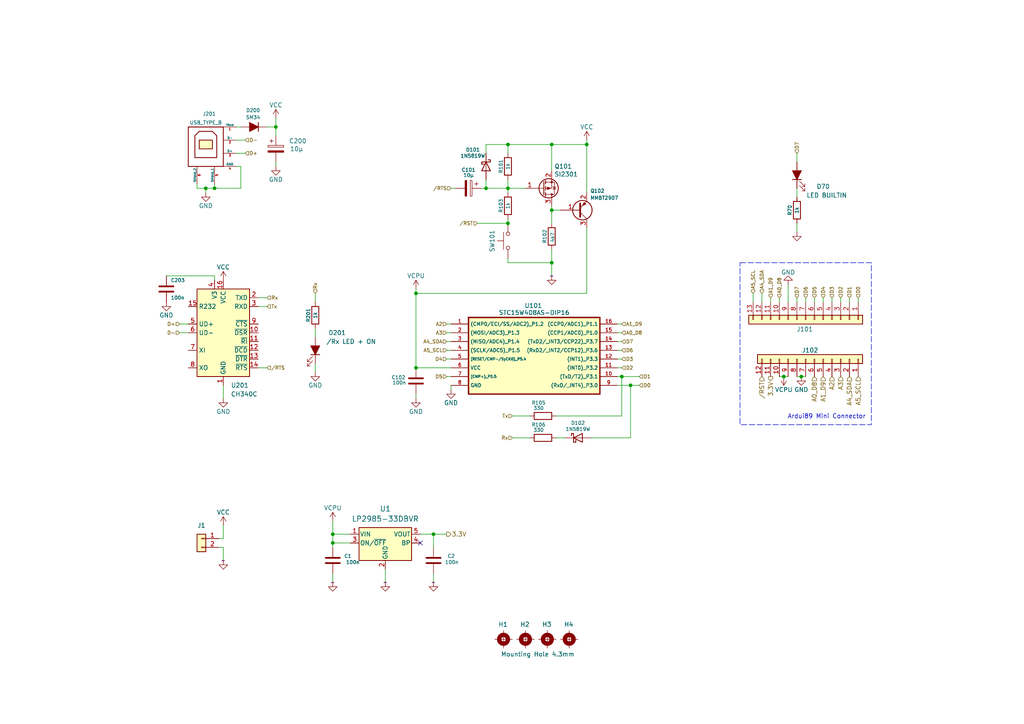
<source format=kicad_sch>
(kicad_sch (version 20231120) (generator "eeschema") (generator_version "8.0")
  (paper "A4")
  (title_block (title "Ardui89 MINI") (date "2024-09-03") (rev "1") (company "C. BARBATO") (comment 1 "A892406"))
  (lib_symbols
    (symbol "Arduino_Uno_R3_From_Scratch-rescue:GND-power" (power) (pin_names (offset 0))
      (property "Value" "power_GND" (at 0 -3.81 0))
      (symbol "GND-power_1_1"
        (pin power_in line (at 0 0 270) (length 0) hide (name "GND") (number "1"))
      )
    )
    (symbol "Arduino_Uno_R3_From_Scratch:USB_TYPE_B" (pin_names (offset 0))
      (property "Reference" "J" (at -6.35 -1.27 0))
      (property "Value" "USB_TYPE_B" (at 0 6.35 0))
      (symbol "USB_TYPE_B_1_1"
        (pin power_out line (at 8.89 5.08 180) (length 3.81) (name "Vbus") (number "1"))
        (pin bidirectional line (at 8.89 1.27 180) (length 3.81) (name "D-") (number "2"))
        (pin bidirectional line (at 8.89 -2.54 180) (length 3.81) (name "D+") (number "3"))
        (pin power_in line (at 8.89 -6.35 180) (length 3.81) (name "GND") (number "4"))
        (pin passive line (at 2.54 -11.43 90) (length 5.08) (name "Shield_1") (number "5"))
        (pin passive line (at -2.54 -11.43 90) (length 5.08) (name "Shield_2") (number "6"))
      )
    )
    (symbol "BACKCIEL:STC15W408AS-DIP16"
      (property "Reference" "U" (at 23.368 3.81 0))
      (symbol "STC15W408AS-DIP16_1_0"
        (pin bidirectional line (at 0 0 0) (length 5.08) (name "(CMP0/ECI/SS/ADC2)_P1.2") (number "1"))
        (pin bidirectional line (at 48.26 -15.24 180) (length 5.08) (name "(TxD/T2)_P3.1") (number "10"))
        (pin bidirectional line (at 48.26 -12.7 180) (length 5.08) (name "(INT0)_P3.2") (number "11"))
        (pin bidirectional line (at 48.26 -10.16 180) (length 5.08) (name "(INT1)_P3.3") (number "12"))
        (pin bidirectional line (at 48.26 -7.62 180) (length 5.08) (name "(RxD2/_INT2/CCP12)_P3.6") (number "13"))
        (pin bidirectional line (at 48.26 -5.08 180) (length 5.08) (name "(TxD2/_INT3/CCP22)_P3.7") (number "14"))
        (pin bidirectional line (at 48.26 -2.54 180) (length 5.08) (name "(CCP1/ADC0)_P1.0") (number "15"))
        (pin bidirectional line (at 48.26 0 180) (length 5.08) (name "(CCP0/ADC1)_P1.1") (number "16"))
        (pin bidirectional line (at 0 -2.54 0) (length 5.08) (name "(MOSI/ADC3)_P1.3") (number "2"))
        (pin bidirectional line (at 0 -5.08 0) (length 5.08) (name "(MISO/ADC4)_P1.4") (number "3"))
        (pin bidirectional line (at 0 -7.62 0) (length 5.08) (name "(SCLK/ADC5)_P1.5") (number "4"))
        (pin bidirectional line (at 0 -10.16 0) (length 5.08) (name "(RESET/CMP-/SyCK0)_P5.4") (number "5"))
        (pin passive line (at 0 -12.7 0) (length 5.08) (name "VCC") (number "6"))
        (pin bidirectional line (at 0 -15.24 0) (length 5.08) (name "(CMP+)_P5.5") (number "7"))
        (pin passive line (at 0 -17.78 0) (length 5.08) (name "GND") (number "8"))
        (pin bidirectional line (at 48.26 -17.78 180) (length 5.08) (name "(RxD/_INT4)_P3.0") (number "9"))
      )
    )
    (symbol "Connector_Generic:Conn_01x02" (pin_names (offset 1.016) hide)
      (property "Reference" "J" (at 0 2.54 0))
      (property "Value" "Conn_01x02" (at 0 -5.08 0))
      (symbol "Conn_01x02_1_1"
        (pin passive line (at -5.08 0 0) (length 3.81) (name "Pin_1") (number "1"))
        (pin passive line (at -5.08 -2.54 0) (length 3.81) (name "Pin_2") (number "2"))
      )
    )
    (symbol "Connector_Generic:Conn_01x12" (pin_names (offset 1.016) hide)
      (property "Reference" "J" (at 0 15.24 0))
      (property "Value" "Conn_01x12" (at 0 -17.78 0))
      (symbol "Conn_01x12_1_1"
        (pin passive line (at -5.08 12.7 0) (length 3.81) (name "Pin_1") (number "1"))
        (pin passive line (at -5.08 -10.16 0) (length 3.81) (name "Pin_10") (number "10"))
        (pin passive line (at -5.08 -12.7 0) (length 3.81) (name "Pin_11") (number "11"))
        (pin passive line (at -5.08 -15.24 0) (length 3.81) (name "Pin_12") (number "12"))
        (pin passive line (at -5.08 10.16 0) (length 3.81) (name "Pin_2") (number "2"))
        (pin passive line (at -5.08 7.62 0) (length 3.81) (name "Pin_3") (number "3"))
        (pin passive line (at -5.08 5.08 0) (length 3.81) (name "Pin_4") (number "4"))
        (pin passive line (at -5.08 2.54 0) (length 3.81) (name "Pin_5") (number "5"))
        (pin passive line (at -5.08 0 0) (length 3.81) (name "Pin_6") (number "6"))
        (pin passive line (at -5.08 -2.54 0) (length 3.81) (name "Pin_7") (number "7"))
        (pin passive line (at -5.08 -5.08 0) (length 3.81) (name "Pin_8") (number "8"))
        (pin passive line (at -5.08 -7.62 0) (length 3.81) (name "Pin_9") (number "9"))
      )
    )
    (symbol "Connector_Generic:Conn_01x13" (pin_names (offset 1.016) hide)
      (property "Reference" "J" (at 0 17.78 0))
      (property "Value" "Conn_01x13" (at 0 -17.78 0))
      (symbol "Conn_01x13_1_1"
        (pin passive line (at -5.08 15.24 0) (length 3.81) (name "Pin_1") (number "1"))
        (pin passive line (at -5.08 -7.62 0) (length 3.81) (name "Pin_10") (number "10"))
        (pin passive line (at -5.08 -10.16 0) (length 3.81) (name "Pin_11") (number "11"))
        (pin passive line (at -5.08 -12.7 0) (length 3.81) (name "Pin_12") (number "12"))
        (pin passive line (at -5.08 -15.24 0) (length 3.81) (name "Pin_13") (number "13"))
        (pin passive line (at -5.08 12.7 0) (length 3.81) (name "Pin_2") (number "2"))
        (pin passive line (at -5.08 10.16 0) (length 3.81) (name "Pin_3") (number "3"))
        (pin passive line (at -5.08 7.62 0) (length 3.81) (name "Pin_4") (number "4"))
        (pin passive line (at -5.08 5.08 0) (length 3.81) (name "Pin_5") (number "5"))
        (pin passive line (at -5.08 2.54 0) (length 3.81) (name "Pin_6") (number "6"))
        (pin passive line (at -5.08 0 0) (length 3.81) (name "Pin_7") (number "7"))
        (pin passive line (at -5.08 -2.54 0) (length 3.81) (name "Pin_8") (number "8"))
        (pin passive line (at -5.08 -5.08 0) (length 3.81) (name "Pin_9") (number "9"))
      )
    )
    (symbol "Device:C" (pin_numbers hide) (pin_names (offset 0.254))
      (property "Reference" "C" (at 0.635 2.54 0))
      (property "Value" "C" (at 0.635 -2.54 0))
      (symbol "C_1_1"
        (pin passive line (at 0 3.81 270) (length 2.794) (name "~") (number "1"))
        (pin passive line (at 0 -3.81 90) (length 2.794) (name "~") (number "2"))
      )
    )
    (symbol "Device:C_Polarized" (pin_numbers hide) (pin_names (offset 0.254))
      (property "Reference" "C" (at 0.635 2.54 0))
      (property "Value" "C_Polarized" (at 0.635 -2.54 0))
      (symbol "C_Polarized_1_1"
        (pin passive line (at 0 3.81 270) (length 2.794) (name "~") (number "1"))
        (pin passive line (at 0 -3.81 90) (length 2.794) (name "~") (number "2"))
      )
    )
    (symbol "Device:D_Filled" (pin_numbers hide) (pin_names (offset 1.016) hide)
      (property "Reference" "D" (at 0 2.54 0))
      (property "Value" "D_Filled" (at 0 -2.54 0))
      (symbol "D_Filled_1_1"
        (pin passive line (at -3.81 0 0) (length 2.54) (name "K") (number "1"))
        (pin passive line (at 3.81 0 180) (length 2.54) (name "A") (number "2"))
      )
    )
    (symbol "Device:LED_Filled" (pin_numbers hide) (pin_names (offset 1.016) hide)
      (property "Reference" "D" (at 0 2.54 0))
      (property "Value" "LED_Filled" (at 0 -2.54 0))
      (symbol "LED_Filled_1_1"
        (pin passive line (at -3.81 0 0) (length 2.54) (name "K") (number "1"))
        (pin passive line (at 3.81 0 180) (length 2.54) (name "A") (number "2"))
      )
    )
    (symbol "Device:R" (pin_numbers hide) (pin_names (offset 0))
      (property "Reference" "R" (at 2.032 0 90))
      (property "Value" "R" (at 0 0 90))
      (symbol "R_1_1"
        (pin passive line (at 0 3.81 270) (length 1.27) (name "~") (number "1"))
        (pin passive line (at 0 -3.81 90) (length 1.27) (name "~") (number "2"))
      )
    )
    (symbol "Diode:1N5817" (pin_numbers hide) (pin_names (offset 1.016) hide)
      (property "Reference" "D" (at 0 2.54 0))
      (property "Value" "1N5817" (at 0 -2.54 0))
      (symbol "1N5817_1_1"
        (pin passive line (at -3.81 0 0) (length 2.54) (name "K") (number "1"))
        (pin passive line (at 3.81 0 180) (length 2.54) (name "A") (number "2"))
      )
    )
    (symbol "GND_14" (power) (pin_numbers hide) (pin_names (offset 0) hide)
      (property "Value" "GND_14" (at 0 -3.81 0))
      (symbol "GND_14_1_1"
        (pin power_in line (at 0 0 270) (length 0) hide (name "GND") (number "1"))
      )
    )
    (symbol "GND_3" (power) (pin_numbers hide) (pin_names (offset 0) hide)
      (property "Value" "GND_3" (at 0 -3.81 0))
      (symbol "GND_3_1_1"
        (pin power_in line (at 0 0 270) (length 0) hide (name "GND") (number "1"))
      )
    )
    (symbol "Interface_USB:CH340G"
      (property "Reference" "U" (at -5.08 13.97 0))
      (property "Value" "CH340G" (at 1.27 13.97 0))
      (symbol "CH340G_1_1"
        (pin power_in line (at 0 -15.24 90) (length 2.54) (name "GND") (number "1"))
        (pin input line (at 10.16 0 180) (length 2.54) (name "~{DSR}") (number "10"))
        (pin input line (at 10.16 -2.54 180) (length 2.54) (name "~{RI}") (number "11"))
        (pin input line (at 10.16 -5.08 180) (length 2.54) (name "~{DCD}") (number "12"))
        (pin output line (at 10.16 -7.62 180) (length 2.54) (name "~{DTR}") (number "13"))
        (pin output line (at 10.16 -10.16 180) (length 2.54) (name "~{RTS}") (number "14"))
        (pin input line (at -10.16 7.62 0) (length 2.54) (name "R232") (number "15"))
        (pin power_in line (at 0 15.24 270) (length 2.54) (name "VCC") (number "16"))
        (pin output line (at 10.16 10.16 180) (length 2.54) (name "TXD") (number "2"))
        (pin input line (at 10.16 7.62 180) (length 2.54) (name "RXD") (number "3"))
        (pin passive line (at -2.54 15.24 270) (length 2.54) (name "V3") (number "4"))
        (pin bidirectional line (at -10.16 2.54 0) (length 2.54) (name "UD+") (number "5"))
        (pin bidirectional line (at -10.16 0 0) (length 2.54) (name "UD-") (number "6"))
        (pin input line (at -10.16 -5.08 0) (length 2.54) (name "XI") (number "7"))
        (pin output line (at -10.16 -10.16 0) (length 2.54) (name "XO") (number "8"))
        (pin input line (at 10.16 2.54 180) (length 2.54) (name "~{CTS}") (number "9"))
      )
    )
    (symbol "MountingHole_1" (pin_names (offset 1.016))
      (property "Reference" "H" (at 0 5.08 0))
      (property "Value" "MountingHole_1" (at 0 3.175 0))
    )
    (symbol "Regulator_Linear:LP2985-3.3" (pin_names (offset 0.254))
      (property "Reference" "U" (at -6.35 5.715 0))
      (property "Value" "LP2985-3.3" (at 0 5.715 0))
      (symbol "LP2985-3.3_1_1"
        (pin power_in line (at -10.16 2.54 0) (length 2.54) (name "VIN") (number "1"))
        (pin power_in line (at 0 -7.62 90) (length 2.54) (name "GND") (number "2"))
        (pin input line (at -10.16 0 0) (length 2.54) (name "ON/~{OFF}") (number "3"))
        (pin input line (at 10.16 0 180) (length 2.54) (name "BP") (number "4"))
        (pin power_out line (at 10.16 2.54 180) (length 2.54) (name "VOUT") (number "5"))
      )
    )
    (symbol "Switch:SW_Push" (pin_numbers hide) (pin_names (offset 1.016) hide)
      (property "Reference" "SW" (at 1.27 2.54 0))
      (property "Value" "SW_Push" (at 0 -1.524 0))
      (symbol "SW_Push_0_1"
        (pin passive line (at -5.08 0 0) (length 2.54) (name "1") (number "1"))
        (pin passive line (at 5.08 0 180) (length 2.54) (name "2") (number "2"))
      )
    )
    (symbol "Transistor_BJT:BC858" (pin_names (offset 0) hide)
      (property "Reference" "Q" (at 5.08 1.905 0))
      (property "Value" "BC858" (at 5.08 0 0))
      (symbol "BC858_1_1"
        (pin input line (at -5.08 0 0) (length 5.715) (name "B") (number "1"))
        (pin passive line (at 2.54 -5.08 90) (length 2.54) (name "E") (number "2"))
        (pin passive line (at 2.54 5.08 270) (length 2.54) (name "C") (number "3"))
      )
    )
    (symbol "Transistor_FET:Si2319CDS" (pin_names hide)
      (property "Reference" "Q" (at 5.08 1.905 0))
      (property "Value" "Si2319CDS" (at 5.08 0 0))
      (symbol "Si2319CDS_1_1"
        (pin input line (at -5.08 0 0) (length 2.54) (name "G") (number "1"))
        (pin passive line (at 2.54 -5.08 90) (length 2.54) (name "S") (number "2"))
        (pin passive line (at 2.54 5.08 270) (length 2.54) (name "D") (number "3"))
      )
    )
    (symbol "power:GND" (power) (pin_numbers hide) (pin_names (offset 0) hide)
      (property "Value" "GND" (at 0 -3.81 0))
      (symbol "GND_1_1"
        (pin power_in line (at 0 0 270) (length 0) hide (name "GND") (number "1"))
      )
    )
    (symbol "power:VCC" (power) (pin_numbers hide) (pin_names (offset 0) hide)
      (property "Value" "VCC" (at 0 3.81 0))
      (symbol "VCC_1_1"
        (pin power_in line (at 0 0 90) (length 0) hide (name "VCC") (number "1"))
      )
    )
  )
  (junction (at 120.65 85.09))
  (junction (at 140.97 54.61))
  (junction (at 147.32 41.91))
  (junction (at 160.02 76.2))
  (junction (at 170.18 41.91))
  (junction (at 160.02 41.91))
  (junction (at 182.88 111.76))
  (junction (at 147.32 54.61))
  (junction (at 180.34 109.22))
  (junction (at 80.01 36.83))
  (junction (at 96.52 154.94))
  (junction (at 160.02 60.96))
  (junction (at 147.32 64.77))
  (junction (at 96.52 157.48))
  (junction (at 125.73 154.94))
  (junction (at 59.69 54.61))
  (junction (at 62.23 54.61))
  (junction (at 227.33 109.22))
  (junction (at 232.41 109.22))
  (junction (at 120.65 106.68))
  (no_connect (at 121.92 157.48))
  (wire (pts (xy 231.14 64.77) (xy 231.14 67.31)))
  (wire (pts (xy 180.34 109.22) (xy 185.42 109.22)))
  (wire (pts (xy 120.65 114.3) (xy 120.65 115.57)))
  (wire (pts (xy 129.54 96.52) (xy 130.81 96.52)))
  (wire (pts (xy 233.68 86.36) (xy 233.68 87.63)))
  (wire (pts (xy 243.84 86.36) (xy 243.84 87.63)))
  (wire (pts (xy 160.02 60.96) (xy 160.02 64.77)))
  (wire (pts (xy 147.32 52.07) (xy 147.32 54.61)))
  (wire (pts (xy 129.54 101.6) (xy 130.81 101.6)))
  (wire (pts (xy 52.07 93.98) (xy 54.61 93.98)))
  (wire (pts (xy 96.52 151.13) (xy 96.52 154.94)))
  (wire (pts (xy 74.93 106.68) (xy 77.47 106.68)))
  (wire (pts (xy 231.14 86.36) (xy 231.14 87.63)))
  (wire (pts (xy 129.54 93.98) (xy 130.81 93.98)))
  (wire (pts (xy 68.58 44.45) (xy 71.12 44.45)))
  (wire (pts (xy 182.88 111.76) (xy 182.88 127)))
  (wire (pts (xy 241.3 86.36) (xy 241.3 87.63)))
  (wire (pts (xy 62.23 54.61) (xy 69.85 54.61)))
  (wire (pts (xy 160.02 60.96) (xy 162.56 60.96)))
  (wire (pts (xy 148.59 120.65) (xy 153.67 120.65)))
  (wire (pts (xy 140.97 52.07) (xy 140.97 54.61)))
  (wire (pts (xy 96.52 157.48) (xy 96.52 158.75)))
  (wire (pts (xy 68.58 48.26) (xy 69.85 48.26)))
  (wire (pts (xy 231.14 109.22) (xy 232.41 109.22)))
  (wire (pts (xy 238.76 86.36) (xy 238.76 87.63)))
  (wire (pts (xy 96.52 154.94) (xy 96.52 157.48)))
  (wire (pts (xy 182.88 111.76) (xy 185.42 111.76)))
  (wire (pts (xy 148.59 127) (xy 153.67 127)))
  (wire (pts (xy 96.52 157.48) (xy 101.6 157.48)))
  (wire (pts (xy 179.07 109.22) (xy 180.34 109.22)))
  (wire (pts (xy 161.29 120.65) (xy 180.34 120.65)))
  (wire (pts (xy 236.22 86.36) (xy 236.22 87.63)))
  (wire (pts (xy 125.73 166.37) (xy 125.73 168.91)))
  (wire (pts (xy 91.44 97.79) (xy 91.44 95.25)))
  (wire (pts (xy 129.54 104.14) (xy 130.81 104.14)))
  (wire (pts (xy 147.32 55.88) (xy 147.32 54.61)))
  (wire (pts (xy 182.88 127) (xy 171.45 127)))
  (wire (pts (xy 160.02 59.69) (xy 160.02 60.96)))
  (wire (pts (xy 64.77 158.75) (xy 64.77 162.56)))
  (wire (pts (xy 147.32 41.91) (xy 160.02 41.91)))
  (wire (pts (xy 59.69 55.88) (xy 59.69 54.61)))
  (wire (pts (xy 231.14 54.61) (xy 231.14 57.15)))
  (wire (pts (xy 223.52 86.36) (xy 223.52 87.63)))
  (wire (pts (xy 120.65 83.82) (xy 120.65 85.09)))
  (wire (pts (xy 140.97 41.91) (xy 147.32 41.91)))
  (wire (pts (xy 218.44 85.09) (xy 218.44 87.63)))
  (wire (pts (xy 160.02 76.2) (xy 160.02 80.01)))
  (wire (pts (xy 180.34 99.06) (xy 179.07 99.06)))
  (wire (pts (xy 62.23 80.01) (xy 62.23 81.28)))
  (wire (pts (xy 120.65 85.09) (xy 170.18 85.09)))
  (wire (pts (xy 74.93 86.36) (xy 77.47 86.36)))
  (wire (pts (xy 68.58 36.83) (xy 69.85 36.83)))
  (wire (pts (xy 48.26 80.01) (xy 62.23 80.01)))
  (wire (pts (xy 71.12 40.64) (xy 68.58 40.64)))
  (wire (pts (xy 121.92 154.94) (xy 125.73 154.94)))
  (wire (pts (xy 180.34 106.68) (xy 179.07 106.68)))
  (wire (pts (xy 63.5 156.21) (xy 64.77 156.21)))
  (wire (pts (xy 180.34 109.22) (xy 180.34 120.65)))
  (wire (pts (xy 180.34 93.98) (xy 179.07 93.98)))
  (wire (pts (xy 147.32 41.91) (xy 147.32 44.45)))
  (wire (pts (xy 160.02 41.91) (xy 170.18 41.91)))
  (wire (pts (xy 163.83 127) (xy 161.29 127)))
  (wire (pts (xy 170.18 41.91) (xy 170.18 55.88)))
  (wire (pts (xy 227.33 109.22) (xy 228.6 109.22)))
  (wire (pts (xy 91.44 105.41) (xy 91.44 107.95)))
  (wire (pts (xy 147.32 54.61) (xy 152.4 54.61)))
  (wire (pts (xy 57.15 54.61) (xy 59.69 54.61)))
  (wire (pts (xy 231.14 46.99) (xy 231.14 44.45)))
  (wire (pts (xy 147.32 76.2) (xy 160.02 76.2)))
  (wire (pts (xy 120.65 106.68) (xy 130.81 106.68)))
  (wire (pts (xy 170.18 40.64) (xy 170.18 41.91)))
  (wire (pts (xy 125.73 154.94) (xy 129.54 154.94)))
  (wire (pts (xy 248.92 86.36) (xy 248.92 87.63)))
  (wire (pts (xy 64.77 111.76) (xy 64.77 115.57)))
  (wire (pts (xy 64.77 152.4) (xy 64.77 156.21)))
  (wire (pts (xy 91.44 87.63) (xy 91.44 85.09)))
  (wire (pts (xy 232.41 109.22) (xy 233.68 109.22)))
  (wire (pts (xy 111.76 165.1) (xy 111.76 168.91)))
  (wire (pts (xy 130.81 111.76) (xy 130.81 113.03)))
  (wire (pts (xy 179.07 104.14) (xy 180.34 104.14)))
  (wire (pts (xy 140.97 54.61) (xy 147.32 54.61)))
  (wire (pts (xy 57.15 53.34) (xy 57.15 54.61)))
  (wire (pts (xy 80.01 34.29) (xy 80.01 36.83)))
  (wire (pts (xy 62.23 53.34) (xy 62.23 54.61)))
  (wire (pts (xy 52.07 96.52) (xy 54.61 96.52)))
  (wire (pts (xy 77.47 36.83) (xy 80.01 36.83)))
  (wire (pts (xy 179.07 111.76) (xy 182.88 111.76)))
  (wire (pts (xy 220.98 85.09) (xy 220.98 87.63)))
  (wire (pts (xy 160.02 72.39) (xy 160.02 76.2)))
  (wire (pts (xy 226.06 86.36) (xy 226.06 87.63)))
  (wire (pts (xy 59.69 54.61) (xy 62.23 54.61)))
  (wire (pts (xy 147.32 64.77) (xy 147.32 63.5)))
  (wire (pts (xy 69.85 48.26) (xy 69.85 54.61)))
  (wire (pts (xy 96.52 166.37) (xy 96.52 168.91)))
  (wire (pts (xy 138.43 64.77) (xy 147.32 64.77)))
  (wire (pts (xy 96.52 154.94) (xy 101.6 154.94)))
  (wire (pts (xy 74.93 88.9) (xy 77.47 88.9)))
  (wire (pts (xy 226.06 109.22) (xy 227.33 109.22)))
  (wire (pts (xy 80.01 46.99) (xy 80.01 48.26)))
  (wire (pts (xy 180.34 96.52) (xy 179.07 96.52)))
  (wire (pts (xy 120.65 85.09) (xy 120.65 106.68)))
  (wire (pts (xy 180.34 101.6) (xy 179.07 101.6)))
  (wire (pts (xy 170.18 66.04) (xy 170.18 85.09)))
  (wire (pts (xy 130.81 54.61) (xy 132.08 54.61)))
  (wire (pts (xy 228.6 82.55) (xy 228.6 87.63)))
  (wire (pts (xy 80.01 36.83) (xy 80.01 39.37)))
  (wire (pts (xy 125.73 154.94) (xy 125.73 158.75)))
  (wire (pts (xy 139.7 54.61) (xy 140.97 54.61)))
  (wire (pts (xy 129.54 99.06) (xy 130.81 99.06)))
  (wire (pts (xy 63.5 158.75) (xy 64.77 158.75)))
  (wire (pts (xy 160.02 41.91) (xy 160.02 49.53)))
  (wire (pts (xy 246.38 86.36) (xy 246.38 87.63)))
  (wire (pts (xy 140.97 44.45) (xy 140.97 41.91)))
  (wire (pts (xy 129.54 109.22) (xy 130.81 109.22)))
  (wire (pts (xy 147.32 74.93) (xy 147.32 76.2)))
  (rectangle (start 214.63 76.2) (end 252.73 123.19) (stroke (width 0) (type dash)))
  (text "Ardui89 Mini Connector" (at 239.776 120.904 0) (effects (font (size 1.27 1.27))))
  (hierarchical_label "A5_SCL" (shape input) (at 129.54 101.6 180) (effects (font (size 1.016 1.016))))
  (hierarchical_label "D5" (shape input) (at 129.54 109.22 180) (effects (font (size 1.016 1.016))))
  (hierarchical_label "D7" (shape input) (at 231.14 86.36 90) (effects (font (size 1.016 1.016))))
  (hierarchical_label "A0_D8" (shape input) (at 226.06 86.36 90) (effects (font (size 1.016 1.016))))
  (hierarchical_label "A3" (shape input) (at 243.84 109.22 270))
  (hierarchical_label "D6" (shape input) (at 233.68 86.36 90) (effects (font (size 1.016 1.016))))
  (hierarchical_label "{slash}RST" (shape input) (at 220.98 109.22 270))
  (hierarchical_label "3.3V" (shape output) (at 223.52 109.22 270))
  (hierarchical_label "D+" (shape input) (at 71.12 44.45 0) (effects (font (size 1.016 1.016))))
  (hierarchical_label "Rx" (shape input) (at 148.59 127 180) (effects (font (size 1.016 1.016))))
  (hierarchical_label "D4" (shape input) (at 238.76 86.36 90) (effects (font (size 1.016 1.016))))
  (hierarchical_label "Rx" (shape input) (at 91.44 85.09 90) (effects (font (size 1.016 1.016))))
  (hierarchical_label "D3" (shape input) (at 241.3 86.36 90) (effects (font (size 1.016 1.016))))
  (hierarchical_label "D2" (shape input) (at 243.84 86.36 90) (effects (font (size 1.016 1.016))))
  (hierarchical_label "D7" (shape input) (at 231.14 44.45 90) (effects (font (size 1.016 1.016))))
  (hierarchical_label "A5_SCL" (shape input) (at 218.44 85.09 90) (effects (font (size 1.016 1.016))))
  (hierarchical_label "D+" (shape input) (at 52.07 93.98 180) (effects (font (size 1.016 1.016))))
  (hierarchical_label "{slash}RST" (shape input) (at 138.43 64.77 180) (effects (font (size 1.016 1.016))))
  (hierarchical_label "D-" (shape input) (at 71.12 40.64 0) (effects (font (size 1.016 1.016))))
  (hierarchical_label "A1_D9" (shape input) (at 223.52 86.36 90) (effects (font (size 1.016 1.016))))
  (hierarchical_label "{slash}RTS" (shape input) (at 77.47 106.68 0) (effects (font (size 1.016 1.016))))
  (hierarchical_label "A5_SCL" (shape input) (at 248.92 109.22 270))
  (hierarchical_label "Tx" (shape input) (at 77.47 88.9 0) (effects (font (size 1.016 1.016))))
  (hierarchical_label "A1_D9" (shape input) (at 238.76 109.22 270))
  (hierarchical_label "D0" (shape input) (at 248.92 86.36 90) (effects (font (size 1.016 1.016))))
  (hierarchical_label "D4" (shape input) (at 129.54 104.14 180) (effects (font (size 1.016 1.016))))
  (hierarchical_label "A4_SDA" (shape input) (at 129.54 99.06 180) (effects (font (size 1.016 1.016))))
  (hierarchical_label "A4_SDA" (shape input) (at 220.98 85.09 90) (effects (font (size 1.016 1.016))))
  (hierarchical_label "D1" (shape input) (at 185.42 109.22 0) (effects (font (size 1.016 1.016))))
  (hierarchical_label "A1_D9" (shape input) (at 180.34 93.98 0) (effects (font (size 1.016 1.016))))
  (hierarchical_label "3.3V" (shape output) (at 129.54 154.94 0))
  (hierarchical_label "A0_D8" (shape input) (at 236.22 109.22 270))
  (hierarchical_label "D1" (shape input) (at 246.38 86.36 90) (effects (font (size 1.016 1.016))))
  (hierarchical_label "A2" (shape input) (at 241.3 109.22 270))
  (hierarchical_label "A0_D8" (shape input) (at 180.34 96.52 0) (effects (font (size 1.016 1.016))))
  (hierarchical_label "D7" (shape input) (at 180.34 99.06 0) (effects (font (size 1.016 1.016))))
  (hierarchical_label "D5" (shape input) (at 236.22 86.36 90) (effects (font (size 1.016 1.016))))
  (hierarchical_label "Rx" (shape input) (at 77.47 86.36 0) (effects (font (size 1.016 1.016))))
  (hierarchical_label "D2" (shape input) (at 180.34 106.68 0) (effects (font (size 1.016 1.016))))
  (hierarchical_label "D3" (shape input) (at 180.34 104.14 0) (effects (font (size 1.016 1.016))))
  (hierarchical_label "{slash}RTS" (shape input) (at 130.81 54.61 180) (effects (font (size 1.016 1.016))))
  (hierarchical_label "D0" (shape input) (at 185.42 111.76 0) (effects (font (size 1.016 1.016))))
  (hierarchical_label "A3" (shape input) (at 129.54 96.52 180) (effects (font (size 1.016 1.016))))
  (hierarchical_label "Tx" (shape input) (at 148.59 120.65 180) (effects (font (size 1.016 1.016))))
  (hierarchical_label "D-" (shape input) (at 52.07 96.52 180) (effects (font (size 1.016 1.016))))
  (hierarchical_label "A2" (shape input) (at 129.54 93.98 180) (effects (font (size 1.016 1.016))))
  (hierarchical_label "A4_SDA" (shape input) (at 246.38 109.22 270))
  (hierarchical_label "D6" (shape input) (at 180.34 101.6 0) (effects (font (size 1.016 1.016))))
  (symbol (lib_id "Transistor_BJT:BC858") (at 167.64 60.96 0) (mirror x) (unit 1)
    (property "Reference" "Q102" (at 171.196 55.372 0) (effects (font (size 1.016 1.016)) (justify left)))
    (property "Value" "MMBT2907" (at 171.196 57.404 0) (effects (font (size 1.016 1.016)) (justify left)))
    (property "Footprint" "Package_TO_SOT_SMD:TSOT-23_HandSoldering" (effects (hide yes)))
    (property "Datasheet" "https://www.onsemi.com/pub/Collateral/BC860-D.pdf" (effects (hide yes)))
    (property "Description" "0.1A Ic, 30V Vce, PNP Transistor, SOT-23" (effects (hide yes)))
  )
  (symbol (lib_name "MountingHole_1") (lib_id "Mechanical:MountingHole") (at 158.75 185.42 0) (unit 1)
    (property "Reference" "H3" (at 157.226 181.102 0) (effects (justify left)))
    (property "Value" "MountingHole" (effects (hide yes)))
    (property "Footprint" "MountingHole:MountingHole_4.3mm_M4_DIN965" (effects (hide yes)))
  )
  (symbol (lib_id "power:GND") (at 120.65 115.57 0) (unit 1)
    (property "Reference" "#PWR0105" (effects (hide yes)))
    (property "Value" "GND" (at 120.65 119.38 0))
  )
  (symbol (lib_id "Transistor_FET:Si2319CDS") (at 157.48 54.61 0) (mirror x) (unit 1)
    (property "Reference" "Q101" (at 160.782 48.26 0) (effects (justify left)))
    (property "Value" "SI2301" (at 160.782 50.546 0) (effects (justify left)))
    (property "Footprint" "Package_TO_SOT_SMD:SOT-23" (effects (hide yes)))
    (property "Datasheet" "http://www.vishay.com/docs/66709/si2319cd.pdf" (effects (hide yes)))
    (property "Description" "-4.4A Id, -40V Vds, P-Channel MOSFET, SOT-23" (effects (hide yes)))
  )
  (symbol (lib_id "Device:C") (at 125.73 162.56 0) (unit 1)
    (property "Reference" "C2" (at 129.794 161.29 0) (effects (font (size 1.016 1.016)) (justify left)))
    (property "Value" "100n" (at 129.032 163.068 0) (effects (font (size 1.016 1.016)) (justify left)))
    (property "Footprint" "Capacitor_SMD:C_1206_3216Metric_Pad1.33x1.80mm_HandSolder" (effects (hide yes)))
    (property "Datasheet" "http://product.tdk.com/en/catalog/datasheets/mlcc_commercial_general_en.pdf" (effects (hide yes)))
    (property "Description" "2.2uF 3V3 LDO Output Cap" (effects (hide yes)))
    (property "Characteristics" "CAP CER 2.2UF 16V X7R 0805" (effects (hide yes)))
    (property "MFN" "TDK Corporation" (effects (hide yes)))
    (property "Package ID" "SMD_0805" (effects (hide yes)))
    (property "Source" "ANY" (effects (hide yes)))
    (property "Critical" "Y" (effects (hide yes)))
    (property "Subsystem" "Voltage_Mgmt" (effects (hide yes)))
    (property "Notes" "Must be between 0.001 and 1Ω ESR" (effects (hide yes)))
    (property "MPN" "C2012X7R1C225K125AB" (effects (hide yes)))
  )
  (symbol (lib_id "power:VCC") (at 64.77 152.4 0) (unit 1)
    (property "Reference" "#PWR0111" (effects (hide yes)))
    (property "Value" "VCC" (at 64.77 148.59 0))
  )
  (symbol (lib_id "Device:R") (at 231.14 60.96 0) (unit 1)
    (property "Reference" "R70" (at 229.108 60.96 90) (effects (font (size 1.016 1.016))))
    (property "Value" "1k" (at 231.14 60.96 90) (effects (font (size 1.016 1.016))))
    (property "Footprint" "Resistor_SMD:R_1206_3216Metric_Pad1.30x1.75mm_HandSolder" (effects (hide yes)))
    (property "Datasheet" "http://www.yageo.com/pdf/Pu-RC0805_51_PbFree_L_2.pdf" (effects (hide yes)))
    (property "Description" "Power On LED Resistor" (effects (hide yes)))
    (property "Characteristics" "RESISTOR, METAL GLAZE/THICK FILM, 0.125W, 1%, 100ppm, 510ohm, SURFACE MOUNT, 0805" (effects (hide yes)))
    (property "MFN" "Yageo" (effects (hide yes)))
    (property "Package ID" "SMD_0805" (effects (hide yes)))
    (property "Source" "ANY" (effects (hide yes)))
    (property "Critical" "N" (effects (hide yes)))
    (property "Subsystem" "Voltage_Reg" (effects (hide yes)))
    (property "MPN" "RC0805FR-07510RL" (effects (hide yes)))
  )
  (symbol (lib_id "power:VCC") (at 80.01 34.29 0) (unit 1)
    (property "Reference" "#PWR01" (effects (hide yes)))
    (property "Value" "VCC" (at 80.01 30.48 0))
  )
  (symbol (lib_id "Arduino_Uno_R3_From_Scratch-rescue:GND-power") (at 125.73 168.91 0) (unit 1)
    (property "Reference" "#PWR017" (effects (hide yes)))
    (property "Value" "GND" (effects (hide yes)))
    (property "Footprint" "~" (at 125.73 168.91 0) (effects (font (size 1.524 1.524))))
    (property "Datasheet" "~" (at 125.73 168.91 0) (effects (font (size 1.524 1.524))))
    (property "Source" "ANY" (effects (hide yes)))
    (property "Critical" "N" (effects (hide yes)))
  )
  (symbol (lib_id "Diode:1N5817") (at 167.64 127 0) (unit 1)
    (property "Reference" "D102" (at 167.64 122.682 0) (effects (font (size 1.016 1.016))))
    (property "Value" "1N5819W" (at 167.64 124.46 0) (effects (font (size 1.016 1.016))))
    (property "Footprint" "Diode_SMD:D_1206_3216Metric_Pad1.42x1.75mm_HandSolder" (effects (hide yes)))
    (property "Datasheet" "http://www.vishay.com/docs/88525/1n5817.pdf" (effects (hide yes)))
    (property "Description" "20V 1A Schottky Barrier Rectifier Diode, DO-41" (effects (hide yes)))
  )
  (symbol (lib_id "Arduino_Uno_R3_From_Scratch:USB_TYPE_B") (at 59.69 41.91 0) (unit 1)
    (property "Reference" "J201" (at 60.706 33.02 0) (effects (font (size 1.016 1.016))))
    (property "Value" "USB_TYPE_B" (at 59.69 35.56 0) (effects (font (size 1.016 1.016))))
    (property "Footprint" "Connector_USB:USB_B_Lumberg_2411_02_Horizontal" (effects (hide yes)))
    (property "Datasheet" "http://images.ihscontent.net/vipimages/VipMasterIC/IC/TYEL/TYELS17825/TYELS17825-1.pdf" (effects (hide yes)))
    (property "Description" "USB Type-B Connector" (effects (hide yes)))
    (property "Characteristics" "4 CONTACT(S), FEMALE, RIGHT ANGLE USB TYPE-B CONNECTOR" (effects (hide yes)))
    (property "MFN" "TE Connectivity" (effects (hide yes)))
    (property "Package ID" "PTH" (effects (hide yes)))
    (property "Source" "ANY" (effects (hide yes)))
    (property "Critical" "Y" (effects (hide yes)))
    (property "Subsystem" "USB_Cnxn" (effects (hide yes)))
    (property "Notes" "Must match footprint" (effects (hide yes)))
    (property "MPN" "292304-1" (effects (hide yes)))
  )
  (symbol (lib_id "power:VCC") (at 64.77 81.28 0) (unit 1)
    (property "Reference" "#PWR0204" (effects (hide yes)))
    (property "Value" "VCC" (at 64.77 77.47 0))
  )
  (symbol (lib_id "power:GND") (at 80.01 48.26 0) (unit 1)
    (property "Reference" "#PWR0101" (effects (hide yes)))
    (property "Value" "GND" (at 80.01 52.07 0))
  )
  (symbol (lib_id "Connector_Generic:Conn_01x02") (at 58.42 156.21 0) (mirror y) (unit 1)
    (property "Reference" "J1" (at 58.42 152.4 0))
    (property "Value" "Conn_01x02" (effects (hide yes)))
    (property "Footprint" "Connector_PinHeader_2.54mm:PinHeader_1x02_P2.54mm_Vertical" (effects (hide yes)))
  )
  (symbol (lib_id "Interface_USB:CH340G") (at 64.77 96.52 0) (unit 1)
    (property "Reference" "U201" (at 66.9641 111.76 0) (effects (justify left)))
    (property "Value" "CH340C" (at 66.9641 114.3 0) (effects (justify left)))
    (property "Footprint" "Package_SO:SOIC-16_3.9x9.9mm_P1.27mm" (effects (hide yes)))
    (property "Datasheet" "http://www.datasheet5.com/pdf-local-2195953" (effects (hide yes)))
  )
  (symbol (lib_id "power:GND") (at 91.44 107.95 0) (unit 1)
    (property "Reference" "#PWR0106" (effects (hide yes)))
    (property "Value" "GND" (at 91.44 111.76 0))
  )
  (symbol (lib_id "Connector_Generic:Conn_01x12") (at 236.22 104.14 270) (mirror x) (unit 1)
    (property "Reference" "J102" (at 234.95 101.6 90))
    (property "Value" "Conn_01x12" (effects (hide yes)))
    (property "Footprint" "Connector_PinSocket_2.54mm:PinSocket_1x12_P2.54mm_Vertical" (effects (hide yes)))
    (property "Description" "Generic connector, single row, 01x12, script generated (kicad-library-utils/schlib/autogen/connector/)" (effects (hide yes)))
  )
  (symbol (lib_id "Device:LED_Filled") (at 231.14 50.8 90) (unit 1)
    (property "Reference" "D70" (at 238.76 54.102 90))
    (property "Value" "LED BUILTIN" (at 239.776 56.642 90))
    (property "Footprint" "Diode_SMD:D_1206_3216Metric_Pad1.42x1.75mm_HandSolder" (effects (hide yes)))
    (property "Datasheet" "http://www.osram-os.com/Graphics/XPic9/00078860_0.pdf" (effects (hide yes)))
    (property "Description" "Power On Green LED" (effects (hide yes)))
    (property "Characteristics" "LED CHIPLED 570NM GREEN" (effects (hide yes)))
    (property "MFN" "OSRAM Opto" (effects (hide yes)))
    (property "Package ID" "SMD_0805" (effects (hide yes)))
    (property "Source" "ANY" (effects (hide yes)))
    (property "Critical" "N" (effects (hide yes)))
    (property "Subsystem" "Voltage_Reg" (effects (hide yes)))
    (property "MPN" "LG R971-KN-1" (effects (hide yes)))
  )
  (symbol (lib_id "Device:R") (at 147.32 59.69 0) (unit 1)
    (property "Reference" "R103" (at 145.288 59.69 90) (effects (font (size 1.016 1.016))))
    (property "Value" "1k" (at 147.32 59.69 90) (effects (font (size 1.016 1.016))))
    (property "Footprint" "Resistor_SMD:R_1206_3216Metric_Pad1.30x1.75mm_HandSolder" (effects (hide yes)))
    (property "Datasheet" "http://www.yageo.com/pdf/Pu-RC0805_51_PbFree_L_2.pdf" (effects (hide yes)))
    (property "Description" "Power On LED Resistor" (effects (hide yes)))
    (property "Characteristics" "RESISTOR, METAL GLAZE/THICK FILM, 0.125W, 1%, 100ppm, 510ohm, SURFACE MOUNT, 0805" (effects (hide yes)))
    (property "MFN" "Yageo" (effects (hide yes)))
    (property "Package ID" "SMD_0805" (effects (hide yes)))
    (property "Source" "ANY" (effects (hide yes)))
    (property "Critical" "N" (effects (hide yes)))
    (property "Subsystem" "Voltage_Reg" (effects (hide yes)))
    (property "MPN" "RC0805FR-07510RL" (effects (hide yes)))
  )
  (symbol (lib_id "Regulator_Linear:LP2985-3.3") (at 111.76 157.48 0) (unit 1)
    (property "Reference" "U1" (at 111.76 147.574 0) (effects (font (size 1.524 1.524))))
    (property "Value" "LP2985-33DBVR" (at 111.76 150.495 0) (effects (font (size 1.524 1.524))))
    (property "Footprint" "Package_TO_SOT_SMD:TSOT-23-5_HandSoldering" (effects (hide yes)))
    (property "Datasheet" "http://www.ti.com/lit/ds/symlink/lp2985-33.pdf" (effects (hide yes)))
    (property "Description" "3V3 Fixed LDO Regulator" (effects (hide yes)))
    (property "Characteristics" "3.3V FIXED POSITIVE LDO REGULATOR, 0.575V DROPOUT" (effects (hide yes)))
    (property "MFN" "Texas Instruments" (effects (hide yes)))
    (property "Package ID" "SOT-23 5" (effects (hide yes)))
    (property "Source" "ANY" (effects (hide yes)))
    (property "Critical" "N" (effects (hide yes)))
    (property "Subsystem" "Voltage_Mgmt" (effects (hide yes)))
    (property "MPN" "LP2985-33DBVR" (effects (hide yes)))
  )
  (symbol (lib_id "power:GND") (at 228.6 82.55 180) (unit 1)
    (property "Reference" "#PWR0109" (effects (hide yes)))
    (property "Value" "GND" (at 228.6 78.994 0))
  )
  (symbol (lib_name "GND_14") (lib_id "power:GND") (at 59.69 55.88 0) (unit 1)
    (property "Reference" "#PWR014" (effects (hide yes)))
    (property "Value" "GND" (at 59.69 59.69 0))
  )
  (symbol (lib_id "BACKCIEL:STC15W408AS-DIP16") (at 130.81 93.98 0) (unit 1)
    (property "Reference" "U101" (at 154.686 88.646 0))
    (property "Value" "STC15W408AS-DIP16" (at 154.94 90.678 0))
    (property "Footprint" "Package_DIP:DIP-16_W7.62mm_LongPads" (effects (hide yes)))
  )
  (symbol (lib_id "Connector_Generic:Conn_01x13") (at 233.68 92.71 270) (unit 1)
    (property "Reference" "J101" (at 233.426 95.504 90))
    (property "Value" "Conn_01x13" (effects (hide yes)))
    (property "Footprint" "Connector_PinSocket_2.54mm:PinSocket_1x13_P2.54mm_Vertical" (effects (hide yes)))
    (property "Description" "Generic connector, single row, 01x13, script generated (kicad-library-utils/schlib/autogen/connector/)" (effects (hide yes)))
  )
  (symbol (lib_id "Arduino_Uno_R3_From_Scratch-rescue:GND-power") (at 160.02 80.01 0) (unit 1)
    (property "Reference" "#PWR0104" (effects (hide yes)))
    (property "Value" "GND" (effects (hide yes)))
    (property "Footprint" "~" (at 160.02 80.01 0) (effects (font (size 1.524 1.524))))
    (property "Datasheet" "~" (at 160.02 80.01 0) (effects (font (size 1.524 1.524))))
    (property "Source" "ANY" (effects (hide yes)))
    (property "Critical" "N" (effects (hide yes)))
  )
  (symbol (lib_id "Diode:1N5817") (at 140.97 48.26 270) (unit 1)
    (property "Reference" "D101" (at 137.16 43.434 90) (effects (font (size 1.016 1.016))))
    (property "Value" "1N5819W" (at 137.16 45.212 90) (effects (font (size 1.016 1.016))))
    (property "Footprint" "Diode_SMD:D_1206_3216Metric_Pad1.42x1.75mm_HandSolder" (effects (hide yes)))
    (property "Datasheet" "http://www.vishay.com/docs/88525/1n5817.pdf" (effects (hide yes)))
    (property "Description" "20V 1A Schottky Barrier Rectifier Diode, DO-41" (effects (hide yes)))
  )
  (symbol (lib_name "MountingHole_1") (lib_id "Mechanical:MountingHole") (at 152.4 185.42 0) (unit 1)
    (property "Reference" "H2" (at 150.876 181.102 0) (effects (justify left)))
    (property "Value" "MountingHole" (effects (hide yes)))
    (property "Footprint" "MountingHole:MountingHole_4.3mm_M4_DIN965" (effects (hide yes)))
    (property "Datasheet" "  (layer \"F.Cu\")" (effects (hide yes)))
  )
  (symbol (lib_id "power:VCC") (at 227.33 109.22 180) (unit 1)
    (property "Reference" "#PWR0108" (effects (hide yes)))
    (property "Value" "VCPU" (at 227.33 113.03 0))
  )
  (symbol (lib_id "Arduino_Uno_R3_From_Scratch-rescue:GND-power") (at 64.77 162.56 0) (unit 1)
    (property "Reference" "#PWR0112" (effects (hide yes)))
    (property "Value" "GND" (effects (hide yes)))
    (property "Footprint" "~" (at 64.77 162.56 0) (effects (font (size 1.524 1.524))))
    (property "Datasheet" "~" (at 64.77 162.56 0) (effects (font (size 1.524 1.524))))
    (property "Source" "ANY" (effects (hide yes)))
    (property "Critical" "N" (effects (hide yes)))
  )
  (symbol (lib_id "Switch:SW_Push") (at 147.32 69.85 90) (mirror x) (unit 1)
    (property "Reference" "SW101" (at 142.748 73.152 0) (effects (justify right)))
    (property "Value" "SW_Push" (effects (hide yes)))
    (property "Footprint" "Button_Switch_THT:SW_PUSH_6mm" (effects (hide yes)))
    (property "Description" "Push button switch, generic, two pins" (effects (hide yes)))
  )
  (symbol (lib_id "Device:C") (at 96.52 162.56 0) (unit 1)
    (property "Reference" "C1" (at 99.822 161.29 0) (effects (font (size 1.016 1.016)) (justify left)))
    (property "Value" "100n" (at 100.33 163.068 0) (effects (font (size 1.016 1.016)) (justify left)))
    (property "Footprint" "Capacitor_SMD:C_1206_3216Metric_Pad1.33x1.80mm_HandSolder" (effects (hide yes)))
    (property "Datasheet" "http://www.kemet.com/docfinder?Partnumber=C0805C105K8RACAUTO" (effects (hide yes)))
    (property "Description" "3V3 LDO Input Cap" (effects (hide yes)))
    (property "Characteristics" "CAPACITOR, CERAMIC, MULTILAYER, 10 V, X7R, 1 uF, SURFACE MOUNT, 0805" (effects (hide yes)))
    (property "MFN" "Kemet" (effects (hide yes)))
    (property "Package ID" "SMD_0805" (effects (hide yes)))
    (property "Source" "ANY" (effects (hide yes)))
    (property "Critical" "N" (effects (hide yes)))
    (property "Subsystem" "Voltage_Mgmt" (effects (hide yes)))
    (property "MPN" "C0805C105K8RACAUTO " (effects (hide yes)))
  )
  (symbol (lib_id "power:GND") (at 130.81 113.03 0) (unit 1)
    (property "Reference" "#PWR0102" (effects (hide yes)))
    (property "Value" "GND" (at 130.81 116.84 0))
  )
  (symbol (lib_id "Device:R") (at 91.44 91.44 0) (unit 1)
    (property "Reference" "R201" (at 89.408 91.44 90) (effects (font (size 1.016 1.016))))
    (property "Value" "1k" (at 91.44 91.44 90) (effects (font (size 1.016 1.016))))
    (property "Footprint" "Resistor_SMD:R_1206_3216Metric_Pad1.30x1.75mm_HandSolder" (effects (hide yes)))
    (property "Datasheet" "http://www.yageo.com/pdf/Pu-RC0805_51_PbFree_L_2.pdf" (effects (hide yes)))
    (property "Description" "Power On LED Resistor" (effects (hide yes)))
    (property "Characteristics" "RESISTOR, METAL GLAZE/THICK FILM, 0.125W, 1%, 100ppm, 510ohm, SURFACE MOUNT, 0805" (effects (hide yes)))
    (property "MFN" "Yageo" (effects (hide yes)))
    (property "Package ID" "SMD_0805" (effects (hide yes)))
    (property "Source" "ANY" (effects (hide yes)))
    (property "Critical" "N" (effects (hide yes)))
    (property "Subsystem" "Voltage_Reg" (effects (hide yes)))
    (property "MPN" "RC0805FR-07510RL" (effects (hide yes)))
  )
  (symbol (lib_id "Device:LED_Filled") (at 91.44 101.6 270) (mirror x) (unit 1)
    (property "Reference" "D201" (at 97.79 96.52 90))
    (property "Value" "/Rx LED + ON" (at 101.854 99.06 90))
    (property "Footprint" "Diode_SMD:D_1206_3216Metric_Pad1.42x1.75mm_HandSolder" (effects (hide yes)))
    (property "Datasheet" "http://www.osram-os.com/Graphics/XPic9/00078860_0.pdf" (effects (hide yes)))
    (property "Description" "Power On Green LED" (effects (hide yes)))
    (property "Characteristics" "LED CHIPLED 570NM GREEN" (effects (hide yes)))
    (property "MFN" "OSRAM Opto" (effects (hide yes)))
    (property "Package ID" "SMD_0805" (effects (hide yes)))
    (property "Source" "ANY" (effects (hide yes)))
    (property "Critical" "N" (effects (hide yes)))
    (property "Subsystem" "Voltage_Reg" (effects (hide yes)))
    (property "MPN" "LG R971-KN-1" (effects (hide yes)))
  )
  (symbol (lib_id "Device:C") (at 120.65 110.49 0) (unit 1)
    (property "Reference" "C102" (at 113.538 109.474 0) (effects (font (size 1.016 1.016)) (justify left)))
    (property "Value" "100n" (at 113.792 110.998 0) (effects (font (size 1.016 1.016)) (justify left)))
    (property "Footprint" "Capacitor_SMD:C_1206_3216Metric_Pad1.33x1.80mm_HandSolder" (effects (hide yes)))
    (property "Datasheet" "http://images.ihscontent.net/vipimages/VipMasterIC/IC/KEME/KEMES10043/KEMES10043-1.pdf" (effects (hide yes)))
    (property "Description" "ATMEGA328P VCC and AVCC Bypass Cap" (effects (hide yes)))
    (property "Characteristics" "CAPACITOR, CERAMIC, MULTILAYER, 100 V, X7R, 0.1 uF, SURFACE MOUNT, 0805, CHIP, ROHS COMPLIANT" (effects (hide yes)))
    (property "MFN" "Kemet" (effects (hide yes)))
    (property "Package ID" "SMD_0805" (effects (hide yes)))
    (property "Source" "ANY" (effects (hide yes)))
    (property "Critical" "N" (effects (hide yes)))
    (property "Subsystem" "328P_Sub" (effects (hide yes)))
    (property "MPN" "C0805C104K1RACAUTO" (effects (hide yes)))
  )
  (symbol (lib_id "Device:C") (at 48.26 83.82 0) (unit 1)
    (property "Reference" "C203" (at 49.53 81.28 0) (effects (font (size 1.016 1.016)) (justify left)))
    (property "Value" "100n" (at 49.53 86.36 0) (effects (font (size 1.016 1.016)) (justify left)))
    (property "Footprint" "Capacitor_SMD:C_1206_3216Metric_Pad1.33x1.80mm_HandSolder" (effects (hide yes)))
    (property "Datasheet" "http://images.ihscontent.net/vipimages/VipMasterIC/IC/KEME/KEMES10043/KEMES10043-1.pdf" (effects (hide yes)))
    (property "Description" "ATMEGA328P VCC and AVCC Bypass Cap" (effects (hide yes)))
    (property "Characteristics" "CAPACITOR, CERAMIC, MULTILAYER, 100 V, X7R, 0.1 uF, SURFACE MOUNT, 0805, CHIP, ROHS COMPLIANT" (effects (hide yes)))
    (property "MFN" "Kemet" (effects (hide yes)))
    (property "Package ID" "SMD_0805" (effects (hide yes)))
    (property "Source" "ANY" (effects (hide yes)))
    (property "Critical" "N" (effects (hide yes)))
    (property "Subsystem" "328P_Sub" (effects (hide yes)))
    (property "MPN" "C0805C104K1RACAUTO" (effects (hide yes)))
  )
  (symbol (lib_id "Device:D_Filled") (at 73.66 36.83 0) (mirror y) (unit 1)
    (property "Reference" "D200" (at 73.406 32.004 0) (effects (font (size 1.016 1.016))))
    (property "Value" "SM34" (at 73.406 34.036 0) (effects (font (size 1.016 1.016))))
    (property "Footprint" "Diode_SMD:D_MELF" (effects (hide yes)))
    (property "Datasheet" "http://www.onsemi.com/pub_link/Collateral/MRA4003T3-D.PDF" (effects (hide yes)))
    (property "Description" "Reverse Voltage Protection Diode" (effects (hide yes)))
    (property "Characteristics" "1A, 1000V, SILICON, SIGNAL DIODE, ROHS COMPLIANT, COMPACT, PLASTIC, CASE 403D-02, SMA, 2 PIN" (effects (hide yes)))
    (property "MFN" "ON Semi" (effects (hide yes)))
    (property "Package ID" "R-PDSO-J2" (effects (hide yes)))
    (property "Source" "ANY" (effects (hide yes)))
    (property "Critical" "N" (effects (hide yes)))
    (property "Subsystem" "Voltage_Reg" (effects (hide yes)))
    (property "MPN" "MRA4007T3G" (effects (hide yes)))
  )
  (symbol (lib_id "Device:R") (at 147.32 48.26 0) (unit 1)
    (property "Reference" "R101" (at 145.288 48.26 90) (effects (font (size 1.016 1.016))))
    (property "Value" "1k" (at 147.32 48.26 90) (effects (font (size 1.016 1.016))))
    (property "Footprint" "Resistor_SMD:R_1206_3216Metric_Pad1.30x1.75mm_HandSolder" (effects (hide yes)))
    (property "Datasheet" "http://www.yageo.com/pdf/Pu-RC0805_51_PbFree_L_2.pdf" (effects (hide yes)))
    (property "Description" "Power On LED Resistor" (effects (hide yes)))
    (property "Characteristics" "RESISTOR, METAL GLAZE/THICK FILM, 0.125W, 1%, 100ppm, 510ohm, SURFACE MOUNT, 0805" (effects (hide yes)))
    (property "MFN" "Yageo" (effects (hide yes)))
    (property "Package ID" "SMD_0805" (effects (hide yes)))
    (property "Source" "ANY" (effects (hide yes)))
    (property "Critical" "N" (effects (hide yes)))
    (property "Subsystem" "Voltage_Reg" (effects (hide yes)))
    (property "MPN" "RC0805FR-07510RL" (effects (hide yes)))
  )
  (symbol (lib_id "Device:R") (at 157.48 120.65 270) (unit 1)
    (property "Reference" "R105" (at 156.21 116.84 90) (effects (font (size 1.016 1.016))))
    (property "Value" "330" (at 156.21 118.364 90) (effects (font (size 1.016 1.016))))
    (property "Footprint" "Resistor_SMD:R_1206_3216Metric_Pad1.30x1.75mm_HandSolder" (effects (hide yes)))
    (property "Datasheet" "http://images.ihscontent.net/vipimages/VipMasterIC/IC/VISH/VISHS75859/VISHS75859-1.pdf" (effects (hide yes)))
    (property "Description" "ATMEGA328P DTR Pull Down Resistor" (effects (hide yes)))
    (property "Characteristics" "METAL GLAZE/THICK FILM, 0.125W, 5%, 200ppm, 1000ohm, SURFACE MOUNT, 0805," (effects (hide yes)))
    (property "MFN" "Vishay" (effects (hide yes)))
    (property "Package ID" "SMD_0805" (effects (hide yes)))
    (property "Source" "ANY" (effects (hide yes)))
    (property "Critical" "N" (effects (hide yes)))
    (property "Subsystem" "328P_Sub" (effects (hide yes)))
    (property "MPN" "CRCW08051K00JNEA" (effects (hide yes)))
  )
  (symbol (lib_id "Device:C_Polarized") (at 80.01 43.18 0) (unit 1)
    (property "Reference" "C200" (at 83.82 40.894 0) (effects (justify left)))
    (property "Value" "10µ" (at 84.074 43.18 0) (effects (justify left)))
    (property "Footprint" "BACKCIEL:C_1206_POL_3216Metric_Pad1.33x1.80mm_HandSolder" (effects (hide yes)))
  )
  (symbol (lib_id "power:VCC") (at 170.18 40.64 0) (unit 1)
    (property "Reference" "#PWR0107" (effects (hide yes)))
    (property "Value" "VCC" (at 170.18 36.83 0))
  )
  (symbol (lib_name "GND_3") (lib_id "power:GND") (at 64.77 115.57 0) (unit 1)
    (property "Reference" "#PWR0205" (effects (hide yes)))
    (property "Value" "GND" (at 64.77 119.38 0))
  )
  (symbol (lib_id "power:GND") (at 48.26 87.63 0) (unit 1)
    (property "Reference" "#PWR0203" (effects (hide yes)))
    (property "Value" "GND" (at 48.26 91.44 0))
  )
  (symbol (lib_id "Arduino_Uno_R3_From_Scratch-rescue:GND-power") (at 96.52 168.91 0) (unit 1)
    (property "Reference" "#PWR05" (effects (hide yes)))
    (property "Value" "GND" (effects (hide yes)))
    (property "Footprint" "~" (at 96.52 168.91 0) (effects (font (size 1.524 1.524))))
    (property "Datasheet" "~" (at 96.52 168.91 0) (effects (font (size 1.524 1.524))))
    (property "Source" "ANY" (effects (hide yes)))
    (property "Critical" "N" (effects (hide yes)))
  )
  (symbol (lib_name "MountingHole_1") (lib_id "Mechanical:MountingHole") (at 165.1 185.42 0) (unit 1)
    (property "Reference" "H4" (at 163.576 181.102 0) (effects (justify left)))
    (property "Value" "Mounting Hole 4.3mm" (at 145.288 189.738 0) (effects (justify left)))
    (property "Footprint" "MountingHole:MountingHole_4.3mm_M4_DIN965" (effects (hide yes)))
  )
  (symbol (lib_id "Arduino_Uno_R3_From_Scratch-rescue:GND-power") (at 231.14 67.31 0) (unit 1)
    (property "Reference" "#PWR019" (effects (hide yes)))
    (property "Value" "GND" (effects (hide yes)))
    (property "Source" "ANY" (effects (hide yes)))
    (property "Critical" "N" (effects (hide yes)))
  )
  (symbol (lib_id "power:VCC") (at 96.52 151.13 0) (unit 1)
    (property "Reference" "#PWR013" (effects (hide yes)))
    (property "Value" "VCPU" (at 96.52 147.32 0))
  )
  (symbol (lib_id "Arduino_Uno_R3_From_Scratch-rescue:GND-power") (at 111.76 168.91 0) (unit 1)
    (property "Reference" "#PWR015" (effects (hide yes)))
    (property "Value" "GND" (effects (hide yes)))
    (property "Footprint" "~" (at 111.76 168.91 0) (effects (font (size 1.524 1.524))))
    (property "Datasheet" "~" (at 111.76 168.91 0) (effects (font (size 1.524 1.524))))
    (property "Source" "ANY" (effects (hide yes)))
    (property "Critical" "N" (effects (hide yes)))
  )
  (symbol (lib_id "power:VCC") (at 120.65 83.82 0) (unit 1)
    (property "Reference" "#PWR0103" (effects (hide yes)))
    (property "Value" "VCPU" (at 120.65 80.01 0))
  )
  (symbol (lib_id "Device:R") (at 157.48 127 270) (unit 1)
    (property "Reference" "R106" (at 156.21 123.19 90) (effects (font (size 1.016 1.016))))
    (property "Value" "330" (at 156.21 124.714 90) (effects (font (size 1.016 1.016))))
    (property "Footprint" "Resistor_SMD:R_1206_3216Metric_Pad1.30x1.75mm_HandSolder" (effects (hide yes)))
    (property "Datasheet" "http://images.ihscontent.net/vipimages/VipMasterIC/IC/VISH/VISHS75859/VISHS75859-1.pdf" (effects (hide yes)))
    (property "Description" "ATMEGA328P DTR Pull Down Resistor" (effects (hide yes)))
    (property "Characteristics" "METAL GLAZE/THICK FILM, 0.125W, 5%, 200ppm, 1000ohm, SURFACE MOUNT, 0805," (effects (hide yes)))
    (property "MFN" "Vishay" (effects (hide yes)))
    (property "Package ID" "SMD_0805" (effects (hide yes)))
    (property "Source" "ANY" (effects (hide yes)))
    (property "Critical" "N" (effects (hide yes)))
    (property "Subsystem" "328P_Sub" (effects (hide yes)))
    (property "MPN" "CRCW08051K00JNEA" (effects (hide yes)))
  )
  (symbol (lib_id "power:GND") (at 232.41 109.22 0) (unit 1)
    (property "Reference" "#PWR0110" (effects (hide yes)))
    (property "Value" "GND" (at 232.41 113.03 0))
  )
  (symbol (lib_id "Device:C_Polarized") (at 135.89 54.61 270) (unit 1)
    (property "Reference" "C101" (at 133.858 49.276 90) (effects (font (size 1.016 1.016)) (justify left)))
    (property "Value" "10µ" (at 134.366 50.8 90) (effects (font (size 1.016 1.016)) (justify left)))
    (property "Footprint" "BACKCIEL:C_1206_POL_3216Metric_Pad1.33x1.80mm_HandSolder" (effects (hide yes)))
  )
  (symbol (lib_id "Device:R") (at 160.02 68.58 0) (unit 1)
    (property "Reference" "R102" (at 157.988 68.58 90) (effects (font (size 1.016 1.016))))
    (property "Value" "4k7" (at 160.274 68.834 90) (effects (font (size 1.016 1.016))))
    (property "Footprint" "Resistor_SMD:R_1206_3216Metric_Pad1.30x1.75mm_HandSolder" (effects (hide yes)))
    (property "Datasheet" "http://www.yageo.com/pdf/Pu-RC0805_51_PbFree_L_2.pdf" (effects (hide yes)))
    (property "Description" "Power On LED Resistor" (effects (hide yes)))
    (property "Characteristics" "RESISTOR, METAL GLAZE/THICK FILM, 0.125W, 1%, 100ppm, 510ohm, SURFACE MOUNT, 0805" (effects (hide yes)))
    (property "MFN" "Yageo" (effects (hide yes)))
    (property "Package ID" "SMD_0805" (effects (hide yes)))
    (property "Source" "ANY" (effects (hide yes)))
    (property "Critical" "N" (effects (hide yes)))
    (property "Subsystem" "Voltage_Reg" (effects (hide yes)))
    (property "MPN" "RC0805FR-07510RL" (effects (hide yes)))
  )
  (symbol (lib_name "MountingHole_1") (lib_id "Mechanical:MountingHole") (at 146.05 185.42 0) (unit 1)
    (property "Reference" "H1" (at 144.526 181.102 0) (effects (justify left)))
    (property "Value" "MountingHole" (effects (hide yes)))
    (property "Footprint" "MountingHole:MountingHole_4.3mm_M4_DIN965" (effects (hide yes)))
  )
)
</source>
